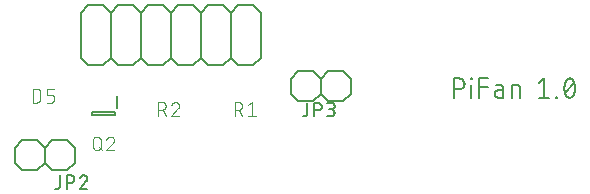
<source format=gbr>
G04 EAGLE Gerber RS-274X export*
G75*
%MOMM*%
%FSLAX34Y34*%
%LPD*%
%INSilkscreen Top*%
%IPPOS*%
%AMOC8*
5,1,8,0,0,1.08239X$1,22.5*%
G01*
%ADD10C,0.152400*%
%ADD11C,0.127000*%
%ADD12C,0.101600*%
%ADD13C,0.200000*%


D10*
X379222Y416052D02*
X379222Y432308D01*
X383738Y432308D01*
X383871Y432306D01*
X384003Y432300D01*
X384135Y432290D01*
X384267Y432277D01*
X384399Y432259D01*
X384529Y432238D01*
X384660Y432213D01*
X384789Y432184D01*
X384917Y432151D01*
X385045Y432115D01*
X385171Y432075D01*
X385296Y432031D01*
X385420Y431983D01*
X385542Y431932D01*
X385663Y431877D01*
X385782Y431819D01*
X385900Y431757D01*
X386015Y431692D01*
X386129Y431623D01*
X386240Y431552D01*
X386349Y431476D01*
X386456Y431398D01*
X386561Y431317D01*
X386663Y431232D01*
X386763Y431145D01*
X386860Y431055D01*
X386955Y430962D01*
X387046Y430866D01*
X387135Y430768D01*
X387221Y430667D01*
X387304Y430563D01*
X387384Y430457D01*
X387460Y430349D01*
X387534Y430239D01*
X387604Y430126D01*
X387671Y430012D01*
X387734Y429895D01*
X387794Y429777D01*
X387851Y429657D01*
X387904Y429535D01*
X387953Y429412D01*
X387999Y429288D01*
X388041Y429162D01*
X388079Y429035D01*
X388114Y428907D01*
X388145Y428778D01*
X388172Y428649D01*
X388195Y428518D01*
X388215Y428387D01*
X388230Y428255D01*
X388242Y428123D01*
X388250Y427991D01*
X388254Y427858D01*
X388254Y427726D01*
X388250Y427593D01*
X388242Y427461D01*
X388230Y427329D01*
X388215Y427197D01*
X388195Y427066D01*
X388172Y426935D01*
X388145Y426806D01*
X388114Y426677D01*
X388079Y426549D01*
X388041Y426422D01*
X387999Y426296D01*
X387953Y426172D01*
X387904Y426049D01*
X387851Y425927D01*
X387794Y425807D01*
X387734Y425689D01*
X387671Y425572D01*
X387604Y425458D01*
X387534Y425345D01*
X387460Y425235D01*
X387384Y425127D01*
X387304Y425021D01*
X387221Y424917D01*
X387135Y424816D01*
X387046Y424718D01*
X386955Y424622D01*
X386860Y424529D01*
X386763Y424439D01*
X386663Y424352D01*
X386561Y424267D01*
X386456Y424186D01*
X386349Y424108D01*
X386240Y424032D01*
X386129Y423961D01*
X386015Y423892D01*
X385900Y423827D01*
X385782Y423765D01*
X385663Y423707D01*
X385542Y423652D01*
X385420Y423601D01*
X385296Y423553D01*
X385171Y423509D01*
X385045Y423469D01*
X384917Y423433D01*
X384789Y423400D01*
X384660Y423371D01*
X384529Y423346D01*
X384399Y423325D01*
X384267Y423307D01*
X384135Y423294D01*
X384003Y423284D01*
X383871Y423278D01*
X383738Y423276D01*
X383738Y423277D02*
X379222Y423277D01*
X393947Y426889D02*
X393947Y416052D01*
X393496Y431405D02*
X393496Y432308D01*
X394399Y432308D01*
X394399Y431405D01*
X393496Y431405D01*
X400925Y432308D02*
X400925Y416052D01*
X400925Y432308D02*
X408149Y432308D01*
X408149Y425083D02*
X400925Y425083D01*
X416869Y422374D02*
X420933Y422374D01*
X416869Y422374D02*
X416757Y422372D01*
X416646Y422366D01*
X416535Y422356D01*
X416424Y422343D01*
X416314Y422325D01*
X416205Y422303D01*
X416096Y422278D01*
X415988Y422249D01*
X415882Y422216D01*
X415776Y422179D01*
X415672Y422139D01*
X415570Y422095D01*
X415469Y422047D01*
X415370Y421996D01*
X415272Y421941D01*
X415177Y421883D01*
X415084Y421822D01*
X414993Y421757D01*
X414904Y421689D01*
X414818Y421618D01*
X414735Y421545D01*
X414654Y421468D01*
X414575Y421388D01*
X414500Y421306D01*
X414428Y421221D01*
X414358Y421134D01*
X414292Y421044D01*
X414229Y420952D01*
X414169Y420857D01*
X414113Y420761D01*
X414060Y420663D01*
X414011Y420563D01*
X413965Y420461D01*
X413923Y420358D01*
X413884Y420253D01*
X413849Y420147D01*
X413818Y420040D01*
X413791Y419932D01*
X413767Y419823D01*
X413748Y419713D01*
X413732Y419603D01*
X413720Y419492D01*
X413712Y419380D01*
X413708Y419269D01*
X413708Y419157D01*
X413712Y419046D01*
X413720Y418934D01*
X413732Y418823D01*
X413748Y418713D01*
X413767Y418603D01*
X413791Y418494D01*
X413818Y418386D01*
X413849Y418279D01*
X413884Y418173D01*
X413923Y418068D01*
X413965Y417965D01*
X414011Y417863D01*
X414060Y417763D01*
X414113Y417665D01*
X414169Y417569D01*
X414229Y417474D01*
X414292Y417382D01*
X414358Y417292D01*
X414428Y417205D01*
X414500Y417120D01*
X414575Y417038D01*
X414654Y416958D01*
X414735Y416881D01*
X414818Y416808D01*
X414904Y416737D01*
X414993Y416669D01*
X415084Y416604D01*
X415177Y416543D01*
X415272Y416485D01*
X415370Y416430D01*
X415469Y416379D01*
X415570Y416331D01*
X415672Y416287D01*
X415776Y416247D01*
X415882Y416210D01*
X415988Y416177D01*
X416096Y416148D01*
X416205Y416123D01*
X416314Y416101D01*
X416424Y416083D01*
X416535Y416070D01*
X416646Y416060D01*
X416757Y416054D01*
X416869Y416052D01*
X420933Y416052D01*
X420933Y424180D01*
X420931Y424281D01*
X420925Y424382D01*
X420916Y424483D01*
X420903Y424584D01*
X420886Y424684D01*
X420865Y424783D01*
X420841Y424881D01*
X420813Y424978D01*
X420781Y425075D01*
X420746Y425170D01*
X420707Y425263D01*
X420665Y425355D01*
X420619Y425446D01*
X420570Y425535D01*
X420518Y425621D01*
X420462Y425706D01*
X420404Y425789D01*
X420342Y425869D01*
X420277Y425947D01*
X420210Y426023D01*
X420140Y426096D01*
X420067Y426166D01*
X419991Y426233D01*
X419913Y426298D01*
X419833Y426360D01*
X419750Y426418D01*
X419665Y426474D01*
X419579Y426526D01*
X419490Y426575D01*
X419399Y426621D01*
X419307Y426663D01*
X419214Y426702D01*
X419119Y426737D01*
X419022Y426769D01*
X418925Y426797D01*
X418827Y426821D01*
X418728Y426842D01*
X418628Y426859D01*
X418527Y426872D01*
X418426Y426881D01*
X418325Y426887D01*
X418224Y426889D01*
X414612Y426889D01*
X428371Y426889D02*
X428371Y416052D01*
X428371Y426889D02*
X432886Y426889D01*
X432990Y426887D01*
X433093Y426881D01*
X433197Y426871D01*
X433300Y426857D01*
X433402Y426839D01*
X433503Y426818D01*
X433604Y426792D01*
X433703Y426763D01*
X433802Y426730D01*
X433899Y426693D01*
X433994Y426652D01*
X434088Y426608D01*
X434180Y426560D01*
X434270Y426509D01*
X434359Y426454D01*
X434445Y426396D01*
X434528Y426334D01*
X434610Y426270D01*
X434688Y426202D01*
X434764Y426132D01*
X434838Y426059D01*
X434908Y425982D01*
X434976Y425904D01*
X435040Y425822D01*
X435102Y425739D01*
X435160Y425653D01*
X435215Y425564D01*
X435266Y425474D01*
X435314Y425382D01*
X435358Y425288D01*
X435399Y425193D01*
X435436Y425096D01*
X435469Y424997D01*
X435498Y424898D01*
X435524Y424797D01*
X435545Y424696D01*
X435563Y424594D01*
X435577Y424491D01*
X435587Y424387D01*
X435593Y424284D01*
X435595Y424180D01*
X435596Y424180D02*
X435596Y416052D01*
X450915Y428696D02*
X455430Y432308D01*
X455430Y416052D01*
X450915Y416052D02*
X459946Y416052D01*
X465920Y416052D02*
X465920Y416955D01*
X466824Y416955D01*
X466824Y416052D01*
X465920Y416052D01*
X472798Y424180D02*
X472802Y424500D01*
X472813Y424819D01*
X472832Y425139D01*
X472859Y425457D01*
X472893Y425775D01*
X472935Y426092D01*
X472985Y426408D01*
X473042Y426723D01*
X473106Y427036D01*
X473178Y427348D01*
X473257Y427658D01*
X473344Y427965D01*
X473438Y428271D01*
X473539Y428574D01*
X473648Y428875D01*
X473763Y429173D01*
X473886Y429469D01*
X474016Y429761D01*
X474153Y430050D01*
X474153Y430051D02*
X474192Y430159D01*
X474235Y430266D01*
X474281Y430371D01*
X474332Y430475D01*
X474385Y430577D01*
X474442Y430677D01*
X474503Y430775D01*
X474567Y430870D01*
X474634Y430964D01*
X474705Y431055D01*
X474778Y431144D01*
X474855Y431230D01*
X474934Y431313D01*
X475016Y431394D01*
X475101Y431472D01*
X475189Y431546D01*
X475279Y431618D01*
X475371Y431686D01*
X475466Y431752D01*
X475563Y431814D01*
X475662Y431872D01*
X475764Y431928D01*
X475866Y431979D01*
X475971Y432027D01*
X476077Y432072D01*
X476185Y432113D01*
X476294Y432150D01*
X476404Y432183D01*
X476516Y432212D01*
X476628Y432238D01*
X476741Y432260D01*
X476855Y432277D01*
X476969Y432291D01*
X477084Y432301D01*
X477199Y432307D01*
X477314Y432309D01*
X477314Y432308D02*
X477429Y432306D01*
X477544Y432300D01*
X477659Y432290D01*
X477773Y432276D01*
X477887Y432259D01*
X478000Y432237D01*
X478112Y432211D01*
X478224Y432182D01*
X478334Y432149D01*
X478443Y432112D01*
X478551Y432071D01*
X478657Y432026D01*
X478762Y431978D01*
X478864Y431927D01*
X478965Y431871D01*
X479065Y431813D01*
X479162Y431751D01*
X479256Y431686D01*
X479349Y431617D01*
X479439Y431545D01*
X479527Y431471D01*
X479612Y431393D01*
X479694Y431312D01*
X479773Y431229D01*
X479850Y431143D01*
X479923Y431054D01*
X479994Y430963D01*
X480061Y430869D01*
X480125Y430774D01*
X480186Y430676D01*
X480243Y430576D01*
X480296Y430474D01*
X480347Y430370D01*
X480393Y430265D01*
X480436Y430158D01*
X480475Y430050D01*
X480474Y430050D02*
X480611Y429761D01*
X480741Y429469D01*
X480864Y429173D01*
X480979Y428875D01*
X481088Y428574D01*
X481189Y428271D01*
X481283Y427965D01*
X481370Y427658D01*
X481449Y427348D01*
X481521Y427036D01*
X481585Y426723D01*
X481642Y426408D01*
X481692Y426092D01*
X481734Y425775D01*
X481768Y425457D01*
X481795Y425139D01*
X481814Y424819D01*
X481825Y424500D01*
X481829Y424180D01*
X472799Y424180D02*
X472803Y423860D01*
X472814Y423541D01*
X472833Y423221D01*
X472860Y422903D01*
X472894Y422585D01*
X472936Y422268D01*
X472986Y421952D01*
X473043Y421637D01*
X473107Y421324D01*
X473179Y421012D01*
X473258Y420702D01*
X473345Y420395D01*
X473439Y420089D01*
X473540Y419786D01*
X473649Y419485D01*
X473764Y419187D01*
X473887Y418891D01*
X474017Y418599D01*
X474154Y418310D01*
X474153Y418310D02*
X474192Y418202D01*
X474235Y418095D01*
X474281Y417990D01*
X474332Y417886D01*
X474385Y417784D01*
X474442Y417684D01*
X474503Y417586D01*
X474567Y417491D01*
X474634Y417397D01*
X474705Y417306D01*
X474778Y417217D01*
X474855Y417131D01*
X474934Y417048D01*
X475016Y416967D01*
X475101Y416889D01*
X475189Y416815D01*
X475279Y416743D01*
X475372Y416674D01*
X475466Y416609D01*
X475563Y416547D01*
X475663Y416489D01*
X475764Y416433D01*
X475866Y416382D01*
X475971Y416334D01*
X476077Y416289D01*
X476185Y416248D01*
X476294Y416211D01*
X476404Y416178D01*
X476516Y416149D01*
X476628Y416123D01*
X476741Y416101D01*
X476855Y416084D01*
X476969Y416070D01*
X477084Y416060D01*
X477199Y416054D01*
X477314Y416052D01*
X480474Y418310D02*
X480611Y418599D01*
X480741Y418891D01*
X480864Y419187D01*
X480979Y419485D01*
X481088Y419786D01*
X481189Y420089D01*
X481283Y420395D01*
X481370Y420702D01*
X481449Y421012D01*
X481521Y421324D01*
X481585Y421637D01*
X481642Y421952D01*
X481692Y422268D01*
X481734Y422585D01*
X481768Y422903D01*
X481795Y423221D01*
X481814Y423541D01*
X481825Y423860D01*
X481829Y424180D01*
X480475Y418310D02*
X480436Y418202D01*
X480393Y418095D01*
X480347Y417990D01*
X480296Y417886D01*
X480243Y417784D01*
X480186Y417684D01*
X480125Y417586D01*
X480061Y417491D01*
X479994Y417397D01*
X479923Y417306D01*
X479850Y417217D01*
X479773Y417131D01*
X479694Y417048D01*
X479612Y416967D01*
X479527Y416889D01*
X479439Y416815D01*
X479349Y416743D01*
X479256Y416674D01*
X479162Y416609D01*
X479065Y416547D01*
X478965Y416489D01*
X478864Y416433D01*
X478761Y416382D01*
X478657Y416334D01*
X478551Y416289D01*
X478443Y416248D01*
X478334Y416211D01*
X478224Y416178D01*
X478112Y416149D01*
X478000Y416123D01*
X477887Y416101D01*
X477773Y416084D01*
X477659Y416070D01*
X477544Y416060D01*
X477429Y416054D01*
X477314Y416052D01*
X473701Y419664D02*
X480926Y428696D01*
X69850Y443230D02*
X63500Y449580D01*
X82550Y443230D02*
X88900Y449580D01*
X95250Y443230D01*
X107950Y443230D02*
X114300Y449580D01*
X120650Y443230D01*
X133350Y443230D02*
X139700Y449580D01*
X146050Y443230D01*
X158750Y443230D02*
X165100Y449580D01*
X171450Y443230D01*
X184150Y443230D02*
X190500Y449580D01*
X63500Y449580D02*
X63500Y487680D01*
X69850Y494030D01*
X82550Y494030D01*
X88900Y487680D01*
X95250Y494030D01*
X107950Y494030D01*
X114300Y487680D01*
X120650Y494030D01*
X133350Y494030D01*
X139700Y487680D01*
X146050Y494030D01*
X158750Y494030D01*
X165100Y487680D01*
X171450Y494030D01*
X184150Y494030D01*
X190500Y487680D01*
X88900Y487680D02*
X88900Y449580D01*
X114300Y449580D02*
X114300Y487680D01*
X139700Y487680D02*
X139700Y449580D01*
X165100Y449580D02*
X165100Y487680D01*
X190500Y487680D02*
X190500Y449580D01*
X184150Y443230D02*
X171450Y443230D01*
X158750Y443230D02*
X146050Y443230D01*
X133350Y443230D02*
X120650Y443230D01*
X107950Y443230D02*
X95250Y443230D01*
X82550Y443230D02*
X69850Y443230D01*
X190500Y449580D02*
X196850Y443230D01*
X209550Y443230D02*
X215900Y449580D01*
X190500Y487680D02*
X196850Y494030D01*
X209550Y494030D01*
X215900Y487680D01*
X215900Y449580D01*
X209550Y443230D02*
X196850Y443230D01*
X26670Y379730D02*
X13970Y379730D01*
X26670Y379730D02*
X33020Y373380D01*
X33020Y360680D01*
X26670Y354330D01*
X7620Y360680D02*
X7620Y373380D01*
X13970Y379730D01*
X7620Y360680D02*
X13970Y354330D01*
X26670Y354330D01*
X33020Y373380D02*
X39370Y379730D01*
X52070Y379730D01*
X58420Y373380D01*
X58420Y360680D01*
X52070Y354330D01*
X39370Y354330D01*
X33020Y360680D01*
D11*
X45593Y350393D02*
X45593Y341503D01*
X45591Y341403D01*
X45585Y341304D01*
X45575Y341204D01*
X45562Y341106D01*
X45544Y341007D01*
X45523Y340910D01*
X45498Y340814D01*
X45469Y340718D01*
X45436Y340624D01*
X45400Y340531D01*
X45360Y340440D01*
X45316Y340350D01*
X45269Y340262D01*
X45219Y340176D01*
X45165Y340092D01*
X45108Y340010D01*
X45048Y339931D01*
X44984Y339853D01*
X44918Y339779D01*
X44849Y339707D01*
X44777Y339638D01*
X44703Y339572D01*
X44625Y339508D01*
X44546Y339448D01*
X44464Y339391D01*
X44380Y339337D01*
X44294Y339287D01*
X44206Y339240D01*
X44116Y339196D01*
X44025Y339156D01*
X43932Y339120D01*
X43838Y339087D01*
X43742Y339058D01*
X43646Y339033D01*
X43549Y339012D01*
X43450Y338994D01*
X43352Y338981D01*
X43252Y338971D01*
X43153Y338965D01*
X43053Y338963D01*
X41783Y338963D01*
X51573Y338963D02*
X51573Y350393D01*
X54748Y350393D01*
X54859Y350391D01*
X54969Y350385D01*
X55080Y350376D01*
X55190Y350362D01*
X55299Y350345D01*
X55408Y350324D01*
X55516Y350299D01*
X55623Y350270D01*
X55729Y350238D01*
X55834Y350202D01*
X55937Y350162D01*
X56039Y350119D01*
X56140Y350072D01*
X56239Y350021D01*
X56336Y349968D01*
X56430Y349911D01*
X56523Y349850D01*
X56614Y349787D01*
X56703Y349720D01*
X56789Y349650D01*
X56872Y349577D01*
X56954Y349502D01*
X57032Y349424D01*
X57107Y349342D01*
X57180Y349259D01*
X57250Y349173D01*
X57317Y349084D01*
X57380Y348993D01*
X57441Y348900D01*
X57498Y348805D01*
X57551Y348709D01*
X57602Y348610D01*
X57649Y348509D01*
X57692Y348407D01*
X57732Y348304D01*
X57768Y348199D01*
X57800Y348093D01*
X57829Y347986D01*
X57854Y347878D01*
X57875Y347769D01*
X57892Y347660D01*
X57906Y347550D01*
X57915Y347439D01*
X57921Y347329D01*
X57923Y347218D01*
X57921Y347107D01*
X57915Y346997D01*
X57906Y346886D01*
X57892Y346776D01*
X57875Y346667D01*
X57854Y346558D01*
X57829Y346450D01*
X57800Y346343D01*
X57768Y346237D01*
X57732Y346132D01*
X57692Y346029D01*
X57649Y345927D01*
X57602Y345826D01*
X57551Y345727D01*
X57498Y345630D01*
X57441Y345536D01*
X57380Y345443D01*
X57317Y345352D01*
X57250Y345263D01*
X57180Y345177D01*
X57107Y345094D01*
X57032Y345012D01*
X56954Y344934D01*
X56872Y344859D01*
X56789Y344786D01*
X56703Y344716D01*
X56614Y344649D01*
X56523Y344586D01*
X56430Y344525D01*
X56335Y344468D01*
X56239Y344415D01*
X56140Y344364D01*
X56039Y344317D01*
X55937Y344274D01*
X55834Y344234D01*
X55729Y344198D01*
X55623Y344166D01*
X55516Y344137D01*
X55408Y344112D01*
X55299Y344091D01*
X55190Y344074D01*
X55080Y344060D01*
X54969Y344051D01*
X54859Y344045D01*
X54748Y344043D01*
X51573Y344043D01*
X65924Y350394D02*
X66028Y350392D01*
X66133Y350386D01*
X66237Y350377D01*
X66340Y350364D01*
X66443Y350346D01*
X66545Y350326D01*
X66647Y350301D01*
X66747Y350273D01*
X66847Y350241D01*
X66945Y350205D01*
X67042Y350166D01*
X67137Y350124D01*
X67231Y350078D01*
X67323Y350028D01*
X67413Y349976D01*
X67501Y349920D01*
X67587Y349860D01*
X67671Y349798D01*
X67752Y349733D01*
X67831Y349665D01*
X67908Y349593D01*
X67981Y349520D01*
X68053Y349443D01*
X68121Y349364D01*
X68186Y349283D01*
X68248Y349199D01*
X68308Y349113D01*
X68364Y349025D01*
X68416Y348935D01*
X68466Y348843D01*
X68512Y348749D01*
X68554Y348654D01*
X68593Y348557D01*
X68629Y348459D01*
X68661Y348359D01*
X68689Y348259D01*
X68714Y348157D01*
X68734Y348055D01*
X68752Y347952D01*
X68765Y347849D01*
X68774Y347745D01*
X68780Y347640D01*
X68782Y347536D01*
X65924Y350393D02*
X65806Y350391D01*
X65687Y350385D01*
X65569Y350376D01*
X65452Y350363D01*
X65335Y350345D01*
X65218Y350325D01*
X65102Y350300D01*
X64987Y350272D01*
X64874Y350239D01*
X64761Y350204D01*
X64649Y350164D01*
X64539Y350122D01*
X64430Y350075D01*
X64322Y350025D01*
X64217Y349972D01*
X64113Y349915D01*
X64011Y349855D01*
X63911Y349792D01*
X63813Y349725D01*
X63717Y349656D01*
X63624Y349583D01*
X63533Y349507D01*
X63444Y349429D01*
X63358Y349347D01*
X63275Y349263D01*
X63194Y349177D01*
X63117Y349087D01*
X63042Y348996D01*
X62970Y348902D01*
X62901Y348805D01*
X62836Y348707D01*
X62773Y348606D01*
X62714Y348503D01*
X62658Y348399D01*
X62606Y348293D01*
X62557Y348185D01*
X62512Y348076D01*
X62470Y347965D01*
X62432Y347853D01*
X67830Y345314D02*
X67906Y345389D01*
X67981Y345468D01*
X68052Y345549D01*
X68121Y345633D01*
X68186Y345719D01*
X68248Y345807D01*
X68308Y345897D01*
X68364Y345989D01*
X68417Y346084D01*
X68466Y346180D01*
X68512Y346278D01*
X68555Y346377D01*
X68594Y346478D01*
X68629Y346580D01*
X68661Y346683D01*
X68689Y346787D01*
X68714Y346892D01*
X68735Y346999D01*
X68752Y347105D01*
X68765Y347212D01*
X68774Y347320D01*
X68780Y347428D01*
X68782Y347536D01*
X67829Y345313D02*
X62432Y338963D01*
X68782Y338963D01*
D12*
X193548Y400558D02*
X193548Y412242D01*
X196794Y412242D01*
X196907Y412240D01*
X197020Y412234D01*
X197133Y412224D01*
X197246Y412210D01*
X197358Y412193D01*
X197469Y412171D01*
X197579Y412146D01*
X197689Y412116D01*
X197797Y412083D01*
X197904Y412046D01*
X198010Y412006D01*
X198114Y411961D01*
X198217Y411913D01*
X198318Y411862D01*
X198417Y411807D01*
X198514Y411749D01*
X198609Y411687D01*
X198702Y411622D01*
X198792Y411554D01*
X198880Y411483D01*
X198966Y411408D01*
X199049Y411331D01*
X199129Y411251D01*
X199206Y411168D01*
X199281Y411082D01*
X199352Y410994D01*
X199420Y410904D01*
X199485Y410811D01*
X199547Y410716D01*
X199605Y410619D01*
X199660Y410520D01*
X199711Y410419D01*
X199759Y410316D01*
X199804Y410212D01*
X199844Y410106D01*
X199881Y409999D01*
X199914Y409891D01*
X199944Y409781D01*
X199969Y409671D01*
X199991Y409560D01*
X200008Y409448D01*
X200022Y409335D01*
X200032Y409222D01*
X200038Y409109D01*
X200040Y408996D01*
X200038Y408883D01*
X200032Y408770D01*
X200022Y408657D01*
X200008Y408544D01*
X199991Y408432D01*
X199969Y408321D01*
X199944Y408211D01*
X199914Y408101D01*
X199881Y407993D01*
X199844Y407886D01*
X199804Y407780D01*
X199759Y407676D01*
X199711Y407573D01*
X199660Y407472D01*
X199605Y407373D01*
X199547Y407276D01*
X199485Y407181D01*
X199420Y407088D01*
X199352Y406998D01*
X199281Y406910D01*
X199206Y406824D01*
X199129Y406741D01*
X199049Y406661D01*
X198966Y406584D01*
X198880Y406509D01*
X198792Y406438D01*
X198702Y406370D01*
X198609Y406305D01*
X198514Y406243D01*
X198417Y406185D01*
X198318Y406130D01*
X198217Y406079D01*
X198114Y406031D01*
X198010Y405986D01*
X197904Y405946D01*
X197797Y405909D01*
X197689Y405876D01*
X197579Y405846D01*
X197469Y405821D01*
X197358Y405799D01*
X197246Y405782D01*
X197133Y405768D01*
X197020Y405758D01*
X196907Y405752D01*
X196794Y405750D01*
X196794Y405751D02*
X193548Y405751D01*
X197443Y405751D02*
X200039Y400558D01*
X204904Y409646D02*
X208150Y412242D01*
X208150Y400558D01*
X211395Y400558D02*
X204904Y400558D01*
X128778Y400558D02*
X128778Y412242D01*
X132024Y412242D01*
X132137Y412240D01*
X132250Y412234D01*
X132363Y412224D01*
X132476Y412210D01*
X132588Y412193D01*
X132699Y412171D01*
X132809Y412146D01*
X132919Y412116D01*
X133027Y412083D01*
X133134Y412046D01*
X133240Y412006D01*
X133344Y411961D01*
X133447Y411913D01*
X133548Y411862D01*
X133647Y411807D01*
X133744Y411749D01*
X133839Y411687D01*
X133932Y411622D01*
X134022Y411554D01*
X134110Y411483D01*
X134196Y411408D01*
X134279Y411331D01*
X134359Y411251D01*
X134436Y411168D01*
X134511Y411082D01*
X134582Y410994D01*
X134650Y410904D01*
X134715Y410811D01*
X134777Y410716D01*
X134835Y410619D01*
X134890Y410520D01*
X134941Y410419D01*
X134989Y410316D01*
X135034Y410212D01*
X135074Y410106D01*
X135111Y409999D01*
X135144Y409891D01*
X135174Y409781D01*
X135199Y409671D01*
X135221Y409560D01*
X135238Y409448D01*
X135252Y409335D01*
X135262Y409222D01*
X135268Y409109D01*
X135270Y408996D01*
X135268Y408883D01*
X135262Y408770D01*
X135252Y408657D01*
X135238Y408544D01*
X135221Y408432D01*
X135199Y408321D01*
X135174Y408211D01*
X135144Y408101D01*
X135111Y407993D01*
X135074Y407886D01*
X135034Y407780D01*
X134989Y407676D01*
X134941Y407573D01*
X134890Y407472D01*
X134835Y407373D01*
X134777Y407276D01*
X134715Y407181D01*
X134650Y407088D01*
X134582Y406998D01*
X134511Y406910D01*
X134436Y406824D01*
X134359Y406741D01*
X134279Y406661D01*
X134196Y406584D01*
X134110Y406509D01*
X134022Y406438D01*
X133932Y406370D01*
X133839Y406305D01*
X133744Y406243D01*
X133647Y406185D01*
X133548Y406130D01*
X133447Y406079D01*
X133344Y406031D01*
X133240Y405986D01*
X133134Y405946D01*
X133027Y405909D01*
X132919Y405876D01*
X132809Y405846D01*
X132699Y405821D01*
X132588Y405799D01*
X132476Y405782D01*
X132363Y405768D01*
X132250Y405758D01*
X132137Y405752D01*
X132024Y405750D01*
X132024Y405751D02*
X128778Y405751D01*
X132673Y405751D02*
X135269Y400558D01*
X146625Y409321D02*
X146623Y409428D01*
X146617Y409534D01*
X146607Y409640D01*
X146594Y409746D01*
X146576Y409852D01*
X146555Y409956D01*
X146530Y410060D01*
X146501Y410163D01*
X146469Y410264D01*
X146432Y410364D01*
X146392Y410463D01*
X146349Y410561D01*
X146302Y410657D01*
X146251Y410751D01*
X146197Y410843D01*
X146140Y410933D01*
X146080Y411021D01*
X146016Y411106D01*
X145949Y411189D01*
X145879Y411270D01*
X145807Y411348D01*
X145731Y411424D01*
X145653Y411496D01*
X145572Y411566D01*
X145489Y411633D01*
X145404Y411697D01*
X145316Y411757D01*
X145226Y411814D01*
X145134Y411868D01*
X145040Y411919D01*
X144944Y411966D01*
X144846Y412009D01*
X144747Y412049D01*
X144647Y412086D01*
X144546Y412118D01*
X144443Y412147D01*
X144339Y412172D01*
X144235Y412193D01*
X144129Y412211D01*
X144023Y412224D01*
X143917Y412234D01*
X143811Y412240D01*
X143704Y412242D01*
X143583Y412240D01*
X143462Y412234D01*
X143342Y412224D01*
X143221Y412211D01*
X143102Y412193D01*
X142982Y412172D01*
X142864Y412147D01*
X142747Y412118D01*
X142630Y412085D01*
X142515Y412049D01*
X142401Y412008D01*
X142288Y411965D01*
X142176Y411917D01*
X142067Y411866D01*
X141959Y411811D01*
X141852Y411753D01*
X141748Y411692D01*
X141646Y411627D01*
X141546Y411559D01*
X141448Y411488D01*
X141352Y411414D01*
X141259Y411337D01*
X141169Y411256D01*
X141081Y411173D01*
X140996Y411087D01*
X140913Y410998D01*
X140834Y410907D01*
X140757Y410813D01*
X140684Y410717D01*
X140614Y410619D01*
X140547Y410518D01*
X140483Y410415D01*
X140423Y410310D01*
X140366Y410203D01*
X140312Y410095D01*
X140262Y409985D01*
X140216Y409873D01*
X140173Y409760D01*
X140134Y409645D01*
X145652Y407049D02*
X145731Y407126D01*
X145807Y407207D01*
X145880Y407290D01*
X145950Y407375D01*
X146017Y407463D01*
X146081Y407553D01*
X146141Y407645D01*
X146198Y407740D01*
X146252Y407836D01*
X146303Y407934D01*
X146350Y408034D01*
X146394Y408136D01*
X146434Y408239D01*
X146470Y408343D01*
X146502Y408449D01*
X146531Y408555D01*
X146556Y408663D01*
X146578Y408771D01*
X146595Y408881D01*
X146609Y408990D01*
X146618Y409100D01*
X146624Y409211D01*
X146626Y409321D01*
X145652Y407049D02*
X140134Y400558D01*
X146625Y400558D01*
X22528Y411828D02*
X22528Y423512D01*
X25774Y423512D01*
X25887Y423510D01*
X26000Y423504D01*
X26113Y423494D01*
X26226Y423480D01*
X26338Y423463D01*
X26449Y423441D01*
X26559Y423416D01*
X26669Y423386D01*
X26777Y423353D01*
X26884Y423316D01*
X26990Y423276D01*
X27094Y423231D01*
X27197Y423183D01*
X27298Y423132D01*
X27397Y423077D01*
X27494Y423019D01*
X27589Y422957D01*
X27682Y422892D01*
X27772Y422824D01*
X27860Y422753D01*
X27946Y422678D01*
X28029Y422601D01*
X28109Y422521D01*
X28186Y422438D01*
X28261Y422352D01*
X28332Y422264D01*
X28400Y422174D01*
X28465Y422081D01*
X28527Y421986D01*
X28585Y421889D01*
X28640Y421790D01*
X28691Y421689D01*
X28739Y421586D01*
X28784Y421482D01*
X28824Y421376D01*
X28861Y421269D01*
X28894Y421161D01*
X28924Y421051D01*
X28949Y420941D01*
X28971Y420830D01*
X28988Y420718D01*
X29002Y420605D01*
X29012Y420492D01*
X29018Y420379D01*
X29020Y420266D01*
X29019Y420266D02*
X29019Y415074D01*
X29020Y415074D02*
X29018Y414961D01*
X29012Y414848D01*
X29002Y414735D01*
X28988Y414622D01*
X28971Y414510D01*
X28949Y414399D01*
X28924Y414289D01*
X28894Y414179D01*
X28861Y414071D01*
X28824Y413964D01*
X28784Y413858D01*
X28739Y413754D01*
X28691Y413651D01*
X28640Y413550D01*
X28585Y413451D01*
X28527Y413354D01*
X28465Y413259D01*
X28400Y413166D01*
X28332Y413076D01*
X28261Y412988D01*
X28186Y412902D01*
X28109Y412819D01*
X28029Y412739D01*
X27946Y412662D01*
X27860Y412587D01*
X27772Y412516D01*
X27682Y412448D01*
X27589Y412383D01*
X27494Y412321D01*
X27397Y412263D01*
X27298Y412208D01*
X27197Y412157D01*
X27094Y412109D01*
X26990Y412064D01*
X26884Y412024D01*
X26777Y411987D01*
X26669Y411954D01*
X26559Y411924D01*
X26449Y411899D01*
X26338Y411877D01*
X26226Y411860D01*
X26113Y411846D01*
X26000Y411836D01*
X25887Y411830D01*
X25774Y411828D01*
X22528Y411828D01*
X34339Y411828D02*
X38234Y411828D01*
X38333Y411830D01*
X38433Y411836D01*
X38532Y411845D01*
X38630Y411858D01*
X38728Y411875D01*
X38826Y411896D01*
X38922Y411921D01*
X39017Y411949D01*
X39111Y411981D01*
X39204Y412016D01*
X39296Y412055D01*
X39386Y412098D01*
X39474Y412143D01*
X39561Y412193D01*
X39645Y412245D01*
X39728Y412301D01*
X39808Y412359D01*
X39886Y412421D01*
X39961Y412486D01*
X40034Y412554D01*
X40104Y412624D01*
X40172Y412697D01*
X40237Y412772D01*
X40299Y412850D01*
X40357Y412930D01*
X40413Y413013D01*
X40465Y413097D01*
X40515Y413184D01*
X40560Y413272D01*
X40603Y413362D01*
X40642Y413454D01*
X40677Y413547D01*
X40709Y413641D01*
X40737Y413736D01*
X40762Y413832D01*
X40783Y413930D01*
X40800Y414028D01*
X40813Y414126D01*
X40822Y414225D01*
X40828Y414325D01*
X40830Y414424D01*
X40830Y415723D01*
X40828Y415822D01*
X40822Y415922D01*
X40813Y416021D01*
X40800Y416119D01*
X40783Y416217D01*
X40762Y416315D01*
X40737Y416411D01*
X40709Y416506D01*
X40677Y416600D01*
X40642Y416693D01*
X40603Y416785D01*
X40560Y416875D01*
X40515Y416963D01*
X40465Y417050D01*
X40413Y417134D01*
X40357Y417217D01*
X40299Y417297D01*
X40237Y417375D01*
X40172Y417450D01*
X40104Y417523D01*
X40034Y417593D01*
X39961Y417661D01*
X39886Y417726D01*
X39808Y417788D01*
X39728Y417846D01*
X39645Y417902D01*
X39561Y417954D01*
X39474Y418004D01*
X39386Y418049D01*
X39296Y418092D01*
X39204Y418131D01*
X39111Y418166D01*
X39017Y418198D01*
X38922Y418226D01*
X38826Y418251D01*
X38728Y418272D01*
X38630Y418289D01*
X38532Y418302D01*
X38433Y418311D01*
X38333Y418317D01*
X38234Y418319D01*
X34339Y418319D01*
X34339Y423512D01*
X40830Y423512D01*
D13*
X92550Y404090D02*
X92550Y401090D01*
X72550Y401090D01*
X72550Y404090D01*
X92550Y404090D01*
X94050Y407590D02*
X94050Y417590D01*
D12*
X73733Y379786D02*
X73733Y374594D01*
X73732Y379786D02*
X73734Y379899D01*
X73740Y380012D01*
X73750Y380125D01*
X73764Y380238D01*
X73781Y380350D01*
X73803Y380461D01*
X73828Y380571D01*
X73858Y380681D01*
X73891Y380789D01*
X73928Y380896D01*
X73968Y381002D01*
X74013Y381106D01*
X74061Y381209D01*
X74112Y381310D01*
X74167Y381409D01*
X74225Y381506D01*
X74287Y381601D01*
X74352Y381694D01*
X74420Y381784D01*
X74491Y381872D01*
X74566Y381958D01*
X74643Y382041D01*
X74723Y382121D01*
X74806Y382198D01*
X74892Y382273D01*
X74980Y382344D01*
X75070Y382412D01*
X75163Y382477D01*
X75258Y382539D01*
X75355Y382597D01*
X75454Y382652D01*
X75555Y382703D01*
X75658Y382751D01*
X75762Y382796D01*
X75868Y382836D01*
X75975Y382873D01*
X76083Y382906D01*
X76193Y382936D01*
X76303Y382961D01*
X76414Y382983D01*
X76526Y383000D01*
X76639Y383014D01*
X76752Y383024D01*
X76865Y383030D01*
X76978Y383032D01*
X77091Y383030D01*
X77204Y383024D01*
X77317Y383014D01*
X77430Y383000D01*
X77542Y382983D01*
X77653Y382961D01*
X77763Y382936D01*
X77873Y382906D01*
X77981Y382873D01*
X78088Y382836D01*
X78194Y382796D01*
X78298Y382751D01*
X78401Y382703D01*
X78502Y382652D01*
X78601Y382597D01*
X78698Y382539D01*
X78793Y382477D01*
X78886Y382412D01*
X78976Y382344D01*
X79064Y382273D01*
X79150Y382198D01*
X79233Y382121D01*
X79313Y382041D01*
X79390Y381958D01*
X79465Y381872D01*
X79536Y381784D01*
X79604Y381694D01*
X79669Y381601D01*
X79731Y381506D01*
X79789Y381409D01*
X79844Y381310D01*
X79895Y381209D01*
X79943Y381106D01*
X79988Y381002D01*
X80028Y380896D01*
X80065Y380789D01*
X80098Y380681D01*
X80128Y380571D01*
X80153Y380461D01*
X80175Y380350D01*
X80192Y380238D01*
X80206Y380125D01*
X80216Y380012D01*
X80222Y379899D01*
X80224Y379786D01*
X80224Y374594D01*
X80222Y374481D01*
X80216Y374368D01*
X80206Y374255D01*
X80192Y374142D01*
X80175Y374030D01*
X80153Y373919D01*
X80128Y373809D01*
X80098Y373699D01*
X80065Y373591D01*
X80028Y373484D01*
X79988Y373378D01*
X79943Y373274D01*
X79895Y373171D01*
X79844Y373070D01*
X79789Y372971D01*
X79731Y372874D01*
X79669Y372779D01*
X79604Y372686D01*
X79536Y372596D01*
X79465Y372508D01*
X79390Y372422D01*
X79313Y372339D01*
X79233Y372259D01*
X79150Y372182D01*
X79064Y372107D01*
X78976Y372036D01*
X78886Y371968D01*
X78793Y371903D01*
X78698Y371841D01*
X78601Y371783D01*
X78502Y371728D01*
X78401Y371677D01*
X78298Y371629D01*
X78194Y371584D01*
X78088Y371544D01*
X77981Y371507D01*
X77873Y371474D01*
X77763Y371444D01*
X77653Y371419D01*
X77542Y371397D01*
X77430Y371380D01*
X77317Y371366D01*
X77204Y371356D01*
X77091Y371350D01*
X76978Y371348D01*
X76865Y371350D01*
X76752Y371356D01*
X76639Y371366D01*
X76526Y371380D01*
X76414Y371397D01*
X76303Y371419D01*
X76193Y371444D01*
X76083Y371474D01*
X75975Y371507D01*
X75868Y371544D01*
X75762Y371584D01*
X75658Y371629D01*
X75555Y371677D01*
X75454Y371728D01*
X75355Y371783D01*
X75258Y371841D01*
X75163Y371903D01*
X75070Y371968D01*
X74980Y372036D01*
X74892Y372107D01*
X74806Y372182D01*
X74723Y372259D01*
X74643Y372339D01*
X74566Y372422D01*
X74491Y372508D01*
X74420Y372596D01*
X74352Y372686D01*
X74287Y372779D01*
X74225Y372874D01*
X74167Y372971D01*
X74112Y373070D01*
X74061Y373171D01*
X74013Y373274D01*
X73968Y373378D01*
X73928Y373484D01*
X73891Y373591D01*
X73858Y373699D01*
X73828Y373809D01*
X73803Y373919D01*
X73781Y374030D01*
X73764Y374142D01*
X73750Y374255D01*
X73740Y374368D01*
X73734Y374481D01*
X73732Y374594D01*
X78925Y373944D02*
X81522Y371348D01*
X91368Y380111D02*
X91366Y380218D01*
X91360Y380324D01*
X91350Y380430D01*
X91337Y380536D01*
X91319Y380642D01*
X91298Y380746D01*
X91273Y380850D01*
X91244Y380953D01*
X91212Y381054D01*
X91175Y381154D01*
X91135Y381253D01*
X91092Y381351D01*
X91045Y381447D01*
X90994Y381541D01*
X90940Y381633D01*
X90883Y381723D01*
X90823Y381811D01*
X90759Y381896D01*
X90692Y381979D01*
X90622Y382060D01*
X90550Y382138D01*
X90474Y382214D01*
X90396Y382286D01*
X90315Y382356D01*
X90232Y382423D01*
X90147Y382487D01*
X90059Y382547D01*
X89969Y382604D01*
X89877Y382658D01*
X89783Y382709D01*
X89687Y382756D01*
X89589Y382799D01*
X89490Y382839D01*
X89390Y382876D01*
X89289Y382908D01*
X89186Y382937D01*
X89082Y382962D01*
X88978Y382983D01*
X88872Y383001D01*
X88766Y383014D01*
X88660Y383024D01*
X88554Y383030D01*
X88447Y383032D01*
X88326Y383030D01*
X88205Y383024D01*
X88085Y383014D01*
X87964Y383001D01*
X87845Y382983D01*
X87725Y382962D01*
X87607Y382937D01*
X87490Y382908D01*
X87373Y382875D01*
X87258Y382839D01*
X87144Y382798D01*
X87031Y382755D01*
X86919Y382707D01*
X86810Y382656D01*
X86702Y382601D01*
X86595Y382543D01*
X86491Y382482D01*
X86389Y382417D01*
X86289Y382349D01*
X86191Y382278D01*
X86095Y382204D01*
X86002Y382127D01*
X85912Y382046D01*
X85824Y381963D01*
X85739Y381877D01*
X85656Y381788D01*
X85577Y381697D01*
X85500Y381603D01*
X85427Y381507D01*
X85357Y381409D01*
X85290Y381308D01*
X85226Y381205D01*
X85166Y381100D01*
X85109Y380993D01*
X85055Y380885D01*
X85005Y380775D01*
X84959Y380663D01*
X84916Y380550D01*
X84877Y380435D01*
X90394Y377839D02*
X90473Y377916D01*
X90549Y377997D01*
X90622Y378080D01*
X90692Y378165D01*
X90759Y378253D01*
X90823Y378343D01*
X90883Y378435D01*
X90940Y378530D01*
X90994Y378626D01*
X91045Y378724D01*
X91092Y378824D01*
X91136Y378926D01*
X91176Y379029D01*
X91212Y379133D01*
X91244Y379239D01*
X91273Y379345D01*
X91298Y379453D01*
X91320Y379561D01*
X91337Y379671D01*
X91351Y379780D01*
X91360Y379890D01*
X91366Y380001D01*
X91368Y380111D01*
X90394Y377839D02*
X84876Y371348D01*
X91368Y371348D01*
D10*
X273050Y412750D02*
X285750Y412750D01*
X273050Y412750D02*
X266700Y419100D01*
X266700Y431800D01*
X273050Y438150D01*
X292100Y431800D02*
X292100Y419100D01*
X285750Y412750D01*
X292100Y431800D02*
X285750Y438150D01*
X273050Y438150D01*
X266700Y419100D02*
X260350Y412750D01*
X247650Y412750D01*
X241300Y419100D01*
X241300Y431800D01*
X247650Y438150D01*
X260350Y438150D01*
X266700Y431800D01*
D11*
X255068Y411607D02*
X255068Y402717D01*
X255066Y402617D01*
X255060Y402518D01*
X255050Y402418D01*
X255037Y402320D01*
X255019Y402221D01*
X254998Y402124D01*
X254973Y402028D01*
X254944Y401932D01*
X254911Y401838D01*
X254875Y401745D01*
X254835Y401654D01*
X254791Y401564D01*
X254744Y401476D01*
X254694Y401390D01*
X254640Y401306D01*
X254583Y401224D01*
X254523Y401145D01*
X254459Y401067D01*
X254393Y400993D01*
X254324Y400921D01*
X254252Y400852D01*
X254178Y400786D01*
X254100Y400722D01*
X254021Y400662D01*
X253939Y400605D01*
X253855Y400551D01*
X253769Y400501D01*
X253681Y400454D01*
X253591Y400410D01*
X253500Y400370D01*
X253407Y400334D01*
X253313Y400301D01*
X253217Y400272D01*
X253121Y400247D01*
X253024Y400226D01*
X252925Y400208D01*
X252827Y400195D01*
X252727Y400185D01*
X252628Y400179D01*
X252528Y400177D01*
X251258Y400177D01*
X261049Y400177D02*
X261049Y411607D01*
X264224Y411607D01*
X264335Y411605D01*
X264445Y411599D01*
X264556Y411590D01*
X264666Y411576D01*
X264775Y411559D01*
X264884Y411538D01*
X264992Y411513D01*
X265099Y411484D01*
X265205Y411452D01*
X265310Y411416D01*
X265413Y411376D01*
X265515Y411333D01*
X265616Y411286D01*
X265715Y411235D01*
X265812Y411182D01*
X265906Y411125D01*
X265999Y411064D01*
X266090Y411001D01*
X266179Y410934D01*
X266265Y410864D01*
X266348Y410791D01*
X266430Y410716D01*
X266508Y410638D01*
X266583Y410556D01*
X266656Y410473D01*
X266726Y410387D01*
X266793Y410298D01*
X266856Y410207D01*
X266917Y410114D01*
X266974Y410019D01*
X267027Y409923D01*
X267078Y409824D01*
X267125Y409723D01*
X267168Y409621D01*
X267208Y409518D01*
X267244Y409413D01*
X267276Y409307D01*
X267305Y409200D01*
X267330Y409092D01*
X267351Y408983D01*
X267368Y408874D01*
X267382Y408764D01*
X267391Y408653D01*
X267397Y408543D01*
X267399Y408432D01*
X267397Y408321D01*
X267391Y408211D01*
X267382Y408100D01*
X267368Y407990D01*
X267351Y407881D01*
X267330Y407772D01*
X267305Y407664D01*
X267276Y407557D01*
X267244Y407451D01*
X267208Y407346D01*
X267168Y407243D01*
X267125Y407141D01*
X267078Y407040D01*
X267027Y406941D01*
X266974Y406844D01*
X266917Y406750D01*
X266856Y406657D01*
X266793Y406566D01*
X266726Y406477D01*
X266656Y406391D01*
X266583Y406308D01*
X266508Y406226D01*
X266430Y406148D01*
X266348Y406073D01*
X266265Y406000D01*
X266179Y405930D01*
X266090Y405863D01*
X265999Y405800D01*
X265906Y405739D01*
X265812Y405682D01*
X265715Y405629D01*
X265616Y405578D01*
X265515Y405531D01*
X265413Y405488D01*
X265310Y405448D01*
X265205Y405412D01*
X265099Y405380D01*
X264992Y405351D01*
X264884Y405326D01*
X264775Y405305D01*
X264666Y405288D01*
X264556Y405274D01*
X264445Y405265D01*
X264335Y405259D01*
X264224Y405257D01*
X261049Y405257D01*
X271907Y400177D02*
X275082Y400177D01*
X275193Y400179D01*
X275303Y400185D01*
X275414Y400194D01*
X275524Y400208D01*
X275633Y400225D01*
X275742Y400246D01*
X275850Y400271D01*
X275957Y400300D01*
X276063Y400332D01*
X276168Y400368D01*
X276271Y400408D01*
X276373Y400451D01*
X276474Y400498D01*
X276573Y400549D01*
X276670Y400602D01*
X276764Y400659D01*
X276857Y400720D01*
X276948Y400783D01*
X277037Y400850D01*
X277123Y400920D01*
X277206Y400993D01*
X277288Y401068D01*
X277366Y401146D01*
X277441Y401228D01*
X277514Y401311D01*
X277584Y401397D01*
X277651Y401486D01*
X277714Y401577D01*
X277775Y401670D01*
X277832Y401764D01*
X277885Y401861D01*
X277936Y401960D01*
X277983Y402061D01*
X278026Y402163D01*
X278066Y402266D01*
X278102Y402371D01*
X278134Y402477D01*
X278163Y402584D01*
X278188Y402692D01*
X278209Y402801D01*
X278226Y402910D01*
X278240Y403020D01*
X278249Y403131D01*
X278255Y403241D01*
X278257Y403352D01*
X278255Y403463D01*
X278249Y403573D01*
X278240Y403684D01*
X278226Y403794D01*
X278209Y403903D01*
X278188Y404012D01*
X278163Y404120D01*
X278134Y404227D01*
X278102Y404333D01*
X278066Y404438D01*
X278026Y404541D01*
X277983Y404643D01*
X277936Y404744D01*
X277885Y404843D01*
X277832Y404939D01*
X277775Y405034D01*
X277714Y405127D01*
X277651Y405218D01*
X277584Y405307D01*
X277514Y405393D01*
X277441Y405476D01*
X277366Y405558D01*
X277288Y405636D01*
X277206Y405711D01*
X277123Y405784D01*
X277037Y405854D01*
X276948Y405921D01*
X276857Y405984D01*
X276764Y406045D01*
X276670Y406102D01*
X276573Y406155D01*
X276474Y406206D01*
X276373Y406253D01*
X276271Y406296D01*
X276168Y406336D01*
X276063Y406372D01*
X275957Y406404D01*
X275850Y406433D01*
X275742Y406458D01*
X275633Y406479D01*
X275524Y406496D01*
X275414Y406510D01*
X275303Y406519D01*
X275193Y406525D01*
X275082Y406527D01*
X275717Y411607D02*
X271907Y411607D01*
X275717Y411607D02*
X275817Y411605D01*
X275916Y411599D01*
X276016Y411589D01*
X276114Y411576D01*
X276213Y411558D01*
X276310Y411537D01*
X276406Y411512D01*
X276502Y411483D01*
X276596Y411450D01*
X276689Y411414D01*
X276780Y411374D01*
X276870Y411330D01*
X276958Y411283D01*
X277044Y411233D01*
X277128Y411179D01*
X277210Y411122D01*
X277289Y411062D01*
X277367Y410998D01*
X277441Y410932D01*
X277513Y410863D01*
X277582Y410791D01*
X277648Y410717D01*
X277712Y410639D01*
X277772Y410560D01*
X277829Y410478D01*
X277883Y410394D01*
X277933Y410308D01*
X277980Y410220D01*
X278024Y410130D01*
X278064Y410039D01*
X278100Y409946D01*
X278133Y409852D01*
X278162Y409756D01*
X278187Y409660D01*
X278208Y409563D01*
X278226Y409464D01*
X278239Y409366D01*
X278249Y409266D01*
X278255Y409167D01*
X278257Y409067D01*
X278255Y408967D01*
X278249Y408868D01*
X278239Y408768D01*
X278226Y408670D01*
X278208Y408571D01*
X278187Y408474D01*
X278162Y408378D01*
X278133Y408282D01*
X278100Y408188D01*
X278064Y408095D01*
X278024Y408004D01*
X277980Y407914D01*
X277933Y407826D01*
X277883Y407740D01*
X277829Y407656D01*
X277772Y407574D01*
X277712Y407495D01*
X277648Y407417D01*
X277582Y407343D01*
X277513Y407271D01*
X277441Y407202D01*
X277367Y407136D01*
X277289Y407072D01*
X277210Y407012D01*
X277128Y406955D01*
X277044Y406901D01*
X276958Y406851D01*
X276870Y406804D01*
X276780Y406760D01*
X276689Y406720D01*
X276596Y406684D01*
X276502Y406651D01*
X276406Y406622D01*
X276310Y406597D01*
X276213Y406576D01*
X276114Y406558D01*
X276016Y406545D01*
X275916Y406535D01*
X275817Y406529D01*
X275717Y406527D01*
X273177Y406527D01*
M02*

</source>
